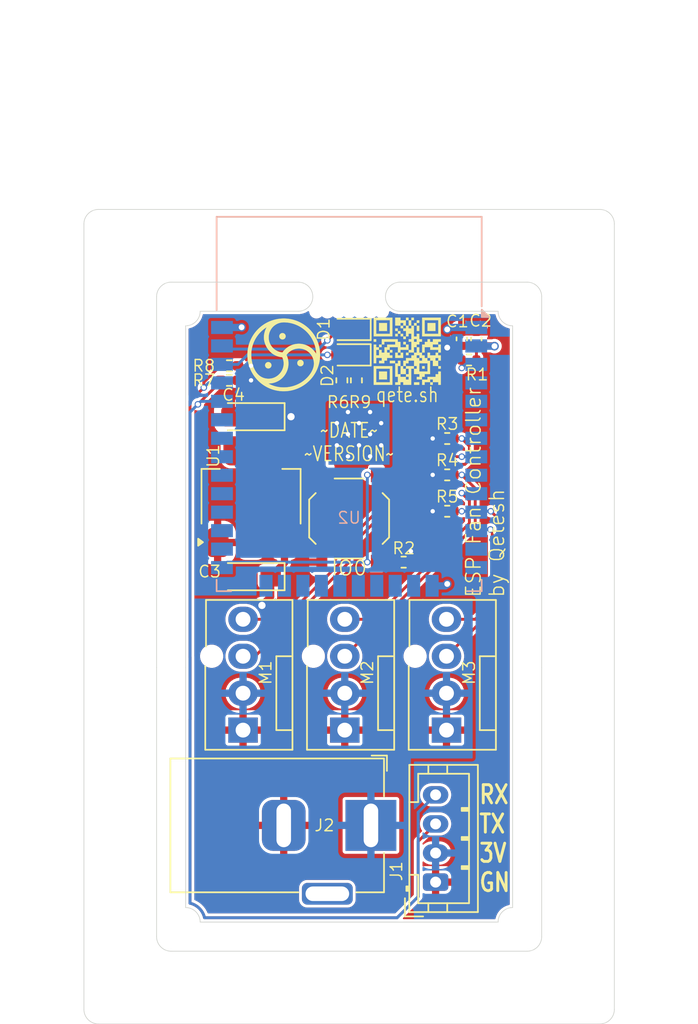
<source format=kicad_pcb>
(kicad_pcb (version 20240108) (generator "pcbnew") (generator_version "8.0")
  (title_block (title "ESPFanController") (date "${DATE}") (rev "${VERSION}") (company "Qetesh"))
  (layers (0 "F.Cu" signal) (31 "B.Cu" signal) (34 "B.Paste" user) (35 "F.Paste" user) (36 "B.SilkS" user "B.Silkscreen") (37 "F.SilkS" user "F.Silkscreen") (38 "B.Mask" user) (39 "F.Mask" user) (44 "Edge.Cuts" user))
  (property "DATE" "~DATE~")
  (property "VERSION" "~VERSION~")
  (net 0 "")
  (net 1 "+12V")
  (net 2 "GND")
  (net 3 "+3V3")
  (net 4 "/Red")
  (net 5 "Net-(D1-K)")
  (net 6 "/RX")
  (net 7 "/TX")
  (net 9 "/Tacho1")
  (net 10 "/Tacho2")
  (net 11 "/Tacho3")
  (net 12 "/PWM1")
  (net 13 "/PWM2")
  (net 14 "/PWM3")
  (net 15 "/EN")
  (net 16 "/IO0")
  (net 30 "/Yellow")
  (net 40 "Net-(D2-K)")
  (footprint "Capacitor_Tantalum_SMD:CP_EIA-3216-18_Kemet-A" (layer "F.Cu") (at 168.25 100.5 180)
    (property "Reference" "C4" (at 1.2 1.5 0) (layer "F.SilkS") (effects (font (size 0.8 0.8) (thickness 0.1))))
    (property "Value" "10u")
    (pad "1" smd roundrect (at -1.35 0 180) (size 1.4 1.35) (layers "F.Cu" "F.Paste" "F.Mask") (roundrect_rratio 0.185185) (net 3 "+3V3"))
    (pad "2" smd roundrect (at 1.35 0 180) (size 1.4 1.35) (layers "F.Cu" "F.Paste" "F.Mask") (roundrect_rratio 0.185185) (net 2 "GND"))
  )
  (footprint "Resistor_SMD:R_0402_1005Metric_Pad0.72x0.64mm_HandSolder" (layer "F.Cu") (at 166.75 97 180)
    (property "Reference" "R8" (at 1.75 0 0) (layer "F.SilkS") (effects (font (size 0.8 0.8) (thickness 0.1))))
    (property "Value" "4k7")
    (pad "1" smd roundrect (at -0.5975 0 180) (size 0.715 0.64) (layers "F.Cu" "F.Paste" "F.Mask") (net 3 "+3V3"))
    (pad "2" smd roundrect (at 0.5975 0 180) (size 0.715 0.64) (layers "F.Cu" "F.Paste" "F.Mask") (net 7 "/TX"))
  )
  (footprint "Capacitor_SMD:C_0402_1005Metric" (layer "F.Cu") (at 182.75 95.15 -90)
    (property "Reference" "C1" (at -1.2 0.3 180) (layer "F.SilkS") (effects (font (size 0.8 0.8) (thickness 0.1))))
    (property "Value" "10u")
    (pad "1" smd roundrect (at -0.48 0 270) (size 0.56 0.62) (layers "F.Cu" "F.Paste" "F.Mask") (net 2 "GND"))
    (pad "2" smd roundrect (at 0.48 0 270) (size 0.56 0.62) (layers "F.Cu" "F.Paste" "F.Mask") (net 3 "+3V3"))
  )
  (footprint "Connector_BarrelJack:BarrelJack_Horizontal" (layer "F.Cu") (at 176.5 128.6)
    (property "Reference" "J2" (at -3.2 0 0) (layer "F.SilkS") (effects (font (size 0.8 0.8) (thickness 0.1))))
    (property "Value" "12Vin")
    (pad "1" thru_hole rect (at 0 0) (size 3.5 3.5) (drill oval 1 3) (layers "*.Cu" "*.Mask") (net 1 "+12V"))
    (pad "2" thru_hole roundrect (at -6 0) (size 3 3.5) (drill oval 1 3) (layers "*.Cu" "*.Mask") (net 2 "GND"))
    (pad "3" thru_hole roundrect (at -3 4.7) (size 3.5 1.5) (drill oval 3 1) (layers "*.Cu" "*.Mask"))
  )
  (footprint "Resistor_SMD:R_0402_1005Metric" (layer "F.Cu") (at 178.75 110.5 180)
    (property "Reference" "R2" (at -0.01 0.95 0) (layer "F.SilkS") (effects (font (size 0.8 0.8) (thickness 0.1))))
    (property "Value" "10k")
    (pad "1" smd roundrect (at -0.51 0 180) (size 0.54 0.64) (layers "F.Cu" "F.Paste" "F.Mask") (net 3 "+3V3"))
    (pad "2" smd roundrect (at 0.51 0 180) (size 0.54 0.64) (layers "F.Cu" "F.Paste" "F.Mask") (net 16 "/IO0"))
  )
  (footprint "Connector:FanPinHeader_1x04_P2.54mm_Vertical" (layer "F.Cu") (at 181.7 122.05 90)
    (property "Reference" "M3" (at 3.95 1.55 90) (layer "F.SilkS") (effects (font (size 0.8 0.8) (thickness 0.1))))
    (property "Value" "Fan3")
    (pad "" np_thru_hole circle (at 5.08 -2.16 180) (size 1.1 1.1) (drill 1.1) (layers "*.Cu" "*.Mask"))
    (pad "1" thru_hole rect (at 0 0 180) (size 2.03 1.73) (drill 1.02) (layers "*.Cu" "*.Mask") (net 2 "GND"))
    (pad "2" thru_hole oval (at 2.54 0 180) (size 2.03 1.73) (drill 1.02) (layers "*.Cu" "*.Mask") (net 1 "+12V"))
    (pad "3" thru_hole oval (at 5.08 0 180) (size 2.03 1.73) (drill 1.02) (layers "*.Cu" "*.Mask") (net 11 "/Tacho3"))
    (pad "4" thru_hole oval (at 7.62 0 180) (size 2.03 1.73) (drill 1.02) (layers "*.Cu" "*.Mask") (net 14 "/PWM3"))
  )
  (footprint "My_Footprints:JLCPCB_Tooling_Hole" (layer "F.Cu") (at 159.25 88.75)
    (property "Reference" "REF**" (hide yes))
    (property "Value" "JLCPCB_Tooling_Hole")
    (pad "" np_thru_hole circle (at 0 0) (size 1.152 1.152) (drill 1.152) (layers "F&B.Cu" "*.Mask") (clearance 0.248))
  )
  (footprint "Connector:FanPinHeader_1x04_P2.54mm_Vertical" (layer "F.Cu") (at 174.7 122.05 90)
    (property "Reference" "M2" (at 3.95 1.55 90) (layer "F.SilkS") (effects (font (size 0.8 0.8) (thickness 0.1))))
    (property "Value" "Fan2")
    (pad "" np_thru_hole circle (at 5.08 -2.16 180) (size 1.1 1.1) (drill 1.1) (layers "*.Cu" "*.Mask"))
    (pad "1" thru_hole rect (at 0 0 180) (size 2.03 1.73) (drill 1.02) (layers "*.Cu" "*.Mask") (net 2 "GND"))
    (pad "2" thru_hole oval (at 2.54 0 180) (size 2.03 1.73) (drill 1.02) (layers "*.Cu" "*.Mask") (net 1 "+12V"))
    (pad "3" thru_hole oval (at 5.08 0 180) (size 2.03 1.73) (drill 1.02) (layers "*.Cu" "*.Mask") (net 10 "/Tacho2"))
    (pad "4" thru_hole oval (at 7.62 0 180) (size 2.03 1.73) (drill 1.02) (layers "*.Cu" "*.Mask") (net 13 "/PWM2"))
  )
  (footprint "Panelization:mouse-bite-2x5mm-slot-onesided-v2" (layer "F.Cu") (at 175 92.25 180)
    (property "Reference" "mouse-bite-2mm-slot" (hide yes))
    (property "Value" "VAL**" (hide yes))
    (fp_arc (start 3.5 1) (mid 2.5 0) (end 3.5 -1) (stroke (width 0.05)) (layer "Edge.Cuts"))
    (fp_arc (start -3.5 -1) (mid -2.5 0) (end -3.5 1) (stroke (width 0.05)) (layer "Edge.Cuts"))
    (pad "" np_thru_hole circle (at -2.25 -1 180) (size 0.5 0.5) (drill 0.5) (layers "*.Cu" "*.Mask"))
    (pad "" np_thru_hole circle (at -1.5 -1 180) (size 0.5 0.5) (drill 0.5) (layers "*.Cu" "*.Mask"))
    (pad "" np_thru_hole circle (at -0.75 -1 180) (size 0.5 0.5) (drill 0.5) (layers "*.Cu" "*.Mask"))
    (pad "" np_thru_hole circle (at 0 -1 180) (size 0.5 0.5) (drill 0.5) (layers "*.Cu" "*.Mask"))
    (pad "" np_thru_hole circle (at 0.75 -1 180) (size 0.5 0.5) (drill 0.5) (layers "*.Cu" "*.Mask"))
    (pad "" np_thru_hole circle (at 1.5 -1 180) (size 0.5 0.5) (drill 0.5) (layers "*.Cu" "*.Mask"))
    (pad "" np_thru_hole circle (at 2.25 -1 180) (size 0.5 0.5) (drill 0.5) (layers "*.Cu" "*.Mask"))
  )
  (footprint "Resistor_SMD:R_0402_1005Metric" (layer "F.Cu") (at 181.75 104.5)
    (property "Reference" "R4" (at 0 -1 0) (layer "F.SilkS") (effects (font (size 0.8 0.8) (thickness 0.1))))
    (property "Value" "10k")
    (pad "1" smd roundrect (at -0.51 0) (size 0.54 0.64) (layers "F.Cu" "F.Paste" "F.Mask") (net 3 "+3V3"))
    (pad "2" smd roundrect (at 0.51 0) (size 0.54 0.64) (layers "F.Cu" "F.Paste" "F.Mask") (net 10 "/Tacho2"))
  )
  (footprint "Button_Switch_SMD:SW_Push_1P1T_XKB_TS-1187A" (layer "F.Cu") (at 175 107.5 90)
    (property "Reference" "SW1" (hide yes))
    (property "Value" "Boot")
    (pad "1" smd rect (at -3 -1.875 90) (size 1 0.75) (layers "F.Cu" "F.Paste" "F.Mask") (net 2 "GND"))
    (pad "1" smd rect (at 3 -1.875 90) (size 1 0.75) (layers "F.Cu" "F.Paste" "F.Mask") (net 2 "GND"))
    (pad "2" smd rect (at -3 1.875 90) (size 1 0.75) (layers "F.Cu" "F.Paste" "F.Mask") (net 16 "/IO0"))
    (pad "2" smd rect (at 3 1.875 90) (size 1 0.75) (layers "F.Cu" "F.Paste" "F.Mask") (net 16 "/IO0"))
  )
  (footprint "Connector:FanPinHeader_1x04_P2.54mm_Vertical" (layer "F.Cu") (at 167.7 122.05 90)
    (property "Reference" "M1" (at 3.95 1.55 90) (layer "F.SilkS") (effects (font (size 0.8 0.8) (thickness 0.1))))
    (property "Value" "Fan1")
    (pad "" np_thru_hole circle (at 5.08 -2.16 180) (size 1.1 1.1) (drill 1.1) (layers "*.Cu" "*.Mask"))
    (pad "1" thru_hole rect (at 0 0 180) (size 2.03 1.73) (drill 1.02) (layers "*.Cu" "*.Mask") (net 2 "GND"))
    (pad "2" thru_hole oval (at 2.54 0 180) (size 2.03 1.73) (drill 1.02) (layers "*.Cu" "*.Mask") (net 1 "+12V"))
    (pad "3" thru_hole oval (at 5.08 0 180) (size 2.03 1.73) (drill 1.02) (layers "*.Cu" "*.Mask") (net 9 "/Tacho1"))
    (pad "4" thru_hole oval (at 7.62 0 180) (size 2.03 1.73) (drill 1.02) (layers "*.Cu" "*.Mask") (net 12 "/PWM1"))
  )
  (footprint "Resistor_SMD:R_0402_1005Metric" (layer "F.Cu") (at 181.75 102)
    (property "Reference" "R3" (at 0 -1 0) (layer "F.SilkS") (effects (font (size 0.8 0.8) (thickness 0.1))))
    (property "Value" "10k")
    (pad "1" smd roundrect (at -0.51 0) (size 0.54 0.64) (layers "F.Cu" "F.Paste" "F.Mask") (net 3 "+3V3"))
    (pad "2" smd roundrect (at 0.51 0) (size 0.54 0.64) (layers "F.Cu" "F.Paste" "F.Mask") (net 9 "/Tacho1"))
  )
  (footprint "My_Footprints:JLCPCB_Tooling_Hole" (layer "F.Cu") (at 159.25 139.75)
    (property "Reference" "REF**" (hide yes))
    (property "Value" "JLCPCB_Tooling_Hole")
    (pad "" np_thru_hole circle (at 0 0) (size 1.152 1.152) (drill 1.152) (layers "F&B.Cu" "*.Mask") (clearance 0.248))
  )
  (footprint "My_Footprints:JLCPCB_Tooling_Hole" (layer "F.Cu") (at 190.75 139.75)
    (property "Reference" "REF**" (hide yes))
    (property "Value" "JLCPCB_Tooling_Hole")
    (pad "" np_thru_hole circle (at 0 0) (size 1.152 1.152) (drill 1.152) (layers "F&B.Cu" "*.Mask") (clearance 0.248))
  )
  (footprint "Package_TO_SOT_SMD:SOT-223-3_TabPin2" (layer "F.Cu") (at 168.25 106 90)
    (property "Reference" "U1" (at 2.8 -2.6 90) (layer "F.SilkS") (effects (font (size 0.8 0.8) (thickness 0.1))))
    (property "Value" "AMS1117-3.3")
    (pad "1" smd roundrect (at -3.15 -2.3 90) (size 2 1.5) (layers "F.Cu" "F.Paste" "F.Mask") (net 2 "GND"))
    (pad "2" smd roundrect (at -3.15 0 90) (size 2 1.5) (layers "F.Cu" "F.Paste" "F.Mask") (net 3 "+3V3"))
    (pad "2" smd roundrect (at 3.15 0 90) (size 2 3.8) (layers "F.Cu" "F.Paste" "F.Mask") (net 3 "+3V3"))
    (pad "3" smd roundrect (at -3.15 2.3 90) (size 2 1.5) (layers "F.Cu" "F.Paste" "F.Mask") (net 1 "+12V"))
  )
  (footprint "My_Footprints:qr_qete.sh-el_05" (layer "F.Cu") (at 179 96)
    (property "Reference" "G***" (hide yes))
    (property "Value" "LOGO" (hide yes))
  )
  (footprint "My_Footprints:JLCPCB_Tooling_Hole" (layer "F.Cu") (at 190.75 88.75)
    (property "Reference" "REF**" (hide yes))
    (property "Value" "JLCPCB_Tooling_Hole")
    (pad "" np_thru_hole circle (at 0 0) (size 1.152 1.152) (drill 1.152) (layers "F&B.Cu" "*.Mask") (clearance 0.248))
  )
  (footprint "Connector_JST:JST_PH_B4B-PH-K_1x04_P2.00mm_Vertical" (layer "F.Cu") (at 180.95 132.5 90)
    (property "Reference" "J1" (at 0.75 -2.7 90) (layer "F.SilkS") (effects (font (size 0.8 0.8) (thickness 0.1))))
    (property "Value" "Serial")
    (pad "1" thru_hole roundrect (at 0 0 90) (size 1.2 1.75) (drill 0.75) (layers "*.Cu" "*.Mask") (roundrect_rratio 0.208333) (net 2 "GND"))
    (pad "2" thru_hole oval (at 2 0 90) (size 1.2 1.75) (drill 0.75) (layers "*.Cu" "*.Mask") (net 3 "+3V3"))
    (pad "3" thru_hole oval (at 4 0 90) (size 1.2 1.75) (drill 0.75) (layers "*.Cu" "*.Mask") (net 7 "/TX"))
    (pad "4" thru_hole oval (at 6 0 90) (size 1.2 1.75) (drill 0.75) (layers "*.Cu" "*.Mask") (net 6 "/RX"))
  )
  (footprint "Resistor_SMD:R_0402_1005Metric" (layer "F.Cu") (at 183.25 96.6 180)
    (property "Reference" "R1" (at -0.55 -1 0) (layer "F.SilkS") (effects (font (size 0.8 0.8) (thickness 0.1))))
    (property "Value" "10k")
    (pad "1" smd roundrect (at -0.51 0 180) (size 0.54 0.64) (layers "F.Cu" "F.Paste" "F.Mask") (net 3 "+3V3"))
    (pad "2" smd roundrect (at 0.51 0 180) (size 0.54 0.64) (layers "F.Cu" "F.Paste" "F.Mask") (net 15 "/EN"))
  )
  (footprint "My_Footprints:CutieMark5mmInverted" (layer "F.Cu") (at 170.5 96.25)
    (property "Reference" "G***" (hide yes))
    (property "Value" "LOGO" (hide yes))
  )
  (footprint "Capacitor_SMD:C_0402_1005Metric" (layer "F.Cu") (at 183.75 95.15 -90)
    (property "Reference" "C2" (at -1.25 -0.3 180) (layer "F.SilkS") (effects (font (size 0.8 0.8) (thickness 0.1))))
    (property "Value" "100n")
    (pad "1" smd roundrect (at -0.48 0 270) (size 0.56 0.62) (layers "F.Cu" "F.Paste" "F.Mask") (net 2 "GND"))
    (pad "2" smd roundrect (at 0.48 0 270) (size 0.56 0.62) (layers "F.Cu" "F.Paste" "F.Mask") (net 3 "+3V3"))
  )
  (footprint "Resistor_SMD:R_0402_1005Metric" (layer "F.Cu") (at 181.75 107)
    (property "Reference" "R5" (at 0 -1 0) (layer "F.SilkS") (effects (font (size 0.8 0.8) (thickness 0.1))))
    (property "Value" "10k")
    (pad "1" smd roundrect (at -0.51 0) (size 0.54 0.64) (layers "F.Cu" "F.Paste" "F.Mask") (net 3 "+3V3"))
    (pad "2" smd roundrect (at 0.51 0) (size 0.54 0.64) (layers "F.Cu" "F.Paste" "F.Mask") (net 11 "/Tacho3"))
  )
  (footprint "Capacitor_Tantalum_SMD:CP_EIA-3216-18_Kemet-A" (layer "F.Cu") (at 168.25 111.5 180)
    (property "Reference" "C3" (at 2.85 0.35 0) (layer "F.SilkS") (effects (font (size 0.8 0.8) (thickness 0.1))))
    (property "Value" "10u")
    (pad "1" smd roundrect (at -1.35 0 180) (size 1.4 1.35) (layers "F.Cu" "F.Paste" "F.Mask") (roundrect_rratio 0.185185) (net 1 "+12V"))
    (pad "2" smd roundrect (at 1.35 0 180) (size 1.4 1.35) (layers "F.Cu" "F.Paste" "F.Mask") (roundrect_rratio 0.185185) (net 2 "GND"))
  )
  (footprint "LED_SMD:LED_0603_1608Metric" (layer "F.Cu") (at 175 96.25 180)
    (property "Reference" "D2" (at 1.5 -1.43 90) (layer "F.SilkS") (effects (font (size 0.8 0.8) (thickness 0.1))))
    (property "Value" "Yellow")
    (pad "1" smd roundrect (at -0.7875 0 180) (size 0.875 0.95) (layers "F.Cu" "F.Paste" "F.Mask") (net 40 "Net-(D2-K)"))
    (pad "2" smd roundrect (at 0.7875 0 180) (size 0.875 0.95) (layers "F.Cu" "F.Paste" "F.Mask") (net 30 "/Yellow"))
  )
  (footprint "Resistor_SMD:R_0402_1005Metric" (layer "F.Cu") (at 175.5 98 -90)
    (property "Reference" "R9" (at 1.5 -0.25 180) (layer "F.SilkS") (effects (font (size 0.8 0.8) (thickness 0.1))))
    (property "Value" "680R")
    (pad "1" smd roundrect (at -0.51 0 270) (size 0.54 0.64) (layers "F.Cu" "F.Paste" "F.Mask") (net 40 "Net-(D2-K)"))
    (pad "2" smd roundrect (at 0.51 0 270) (size 0.54 0.64) (layers "F.Cu" "F.Paste" "F.Mask") (net 2 "GND"))
  )
  (footprint "LED_SMD:LED_0603_1608Metric" (layer "F.Cu") (at 175 94.5 180)
    (property "Reference" "D1" (at 1.75 0 90) (layer "F.SilkS") (effects (font (size 0.8 0.8) (thickness 0.1))))
    (property "Value" "Red")
    (pad "1" smd roundrect (at -0.7875 0 180) (size 0.875 0.95) (layers "F.Cu" "F.Paste" "F.Mask") (net 5 "Net-(D1-K)"))
    (pad "2" smd roundrect (at 0.7875 0 180) (size 0.875 0.95) (layers "F.Cu" "F.Paste" "F.Mask") (net 4 "/Red"))
  )
  (footprint "Resistor_SMD:R_0402_1005Metric" (layer "F.Cu") (at 174.5 98 -90)
    (property "Reference" "R6" (at 1.5 0.25 180) (layer "F.SilkS") (effects (font (size 0.8 0.8) (thickness 0.1))))
    (property "Value" "680R")
    (pad "1" smd roundrect (at -0.51 0 270) (size 0.54 0.64) (layers "F.Cu" "F.Paste" "F.Mask") (net 5 "Net-(D1-K)"))
    (pad "2" smd roundrect (at 0.51 0 270) (size 0.54 0.64) (layers "F.Cu" "F.Paste" "F.Mask") (net 2 "GND"))
  )
  (footprint "Resistor_SMD:R_0402_1005Metric_Pad0.72x0.64mm_HandSolder" (layer "F.Cu") (at 166.75 98 180)
    (property "Reference" "R7" (at 1.75 0 0) (layer "F.SilkS") (effects (font (size 0.8 0.8) (thickness 0.1))))
    (property "Value" "4k7")
    (pad "1" smd roundrect (at -0.5975 0 180) (size 0.715 0.64) (layers "F.Cu" "F.Paste" "F.Mask") (net 3 "+3V3"))
    (pad "2" smd roundrect (at 0.5975 0 180) (size 0.715 0.64) (layers "F.Cu" "F.Paste" "F.Mask") (net 6 "/RX"))
  )
  (footprint "RF_Module:ESP32-WROOM-32" (layer "B.Cu") (at 175 102.615 180)
    (property "Reference" "U2" (at 0 -4.835 0) (layer "B.SilkS") (effects (font (size 0.8 0.8) (thickness 0.1)) (justify mirror)))
    (property "Value" "ESP32-WROOM-32")
    (pad "1" smd rect (at -8.75 8.25 180) (size 1.5 0.9) (layers "B.Cu" "B.Paste" "B.Mask") (net 2 "GND"))
    (pad "2" smd rect (at -8.75 6.98 180) (size 1.5 0.9) (layers "B.Cu" "B.Paste" "B.Mask") (net 3 "+3V3"))
    (pad "3" smd rect (at -8.75 5.71 180) (size 1.5 0.9) (layers "B.Cu" "B.Paste" "B.Mask") (net 15 "/EN"))
    (pad "4" smd rect (at -8.75 4.44 180) (size 1.5 0.9) (layers "B.Cu" "B.Paste" "B.Mask"))
    (pad "5" smd rect (at -8.75 3.17 180) (size 1.5 0.9) (layers "B.Cu" "B.Paste" "B.Mask"))
    (pad "6" smd rect (at -8.75 1.9 180) (size 1.5 0.9) (layers "B.Cu" "B.Paste" "B.Mask"))
    (pad "7" smd rect (at -8.75 0.63 180) (size 1.5 0.9) (layers "B.Cu" "B.Paste" "B.Mask") (net 9 "/Tacho1"))
    (pad "8" smd rect (at -8.75 -0.64 180) (size 1.5 0.9) (layers "B.Cu" "B.Paste" "B.Mask") (net 12 "/PWM1"))
    (pad "9" smd rect (at -8.75 -1.91 180) (size 1.5 0.9) (layers "B.Cu" "B.Paste" "B.Mask") (net 10 "/Tacho2"))
    (pad "10" smd rect (at -8.75 -3.18 180) (size 1.5 0.9) (layers "B.Cu" "B.Paste" "B.Mask") (net 13 "/PWM2"))
    (pad "11" smd rect (at -8.75 -4.45 180) (size 1.5 0.9) (layers "B.Cu" "B.Paste" "B.Mask") (net 11 "/Tacho3"))
    (pad "12" smd rect (at -8.75 -5.72 180) (size 1.5 0.9) (layers "B.Cu" "B.Paste" "B.Mask") (net 14 "/PWM3"))
    (pad "13" smd rect (at -8.75 -6.99 180) (size 1.5 0.9) (layers "B.Cu" "B.Paste" "B.Mask"))
    (pad "14" smd rect (at -8.75 -8.26 180) (size 1.5 0.9) (layers "B.Cu" "B.Paste" "B.Mask"))
    (pad "15" smd rect (at -5.71 -9.51 90) (size 1.5 0.9) (layers "B.Cu" "B.Paste" "B.Mask") (net 2 "GND"))
    (pad "16" smd rect (at -4.44 -9.51 90) (size 1.5 0.9) (layers "B.Cu" "B.Paste" "B.Mask"))
    (pad "17" smd rect (at -3.17 -9.51 90) (size 1.5 0.9) (layers "B.Cu" "B.Paste" "B.Mask"))
    (pad "18" smd rect (at -1.9 -9.51 90) (size 1.5 0.9) (layers "B.Cu" "B.Paste" "B.Mask"))
    (pad "19" smd rect (at -0.63 -9.51 90) (size 1.5 0.9) (layers "B.Cu" "B.Paste" "B.Mask"))
    (pad "20" smd rect (at 0.64 -9.51 90) (size 1.5 0.9) (layers "B.Cu" "B.Paste" "B.Mask"))
    (pad "21" smd rect (at 1.91 -9.51 90) (size 1.5 0.9) (layers "B.Cu" "B.Paste" "B.Mask"))
    (pad "22" smd rect (at 3.18 -9.51 90) (size 1.5 0.9) (layers "B.Cu" "B.Paste" "B.Mask"))
    (pad "23" smd rect (at 4.45 -9.51 90) (size 1.5 0.9) (layers "B.Cu" "B.Paste" "B.Mask"))
    (pad "24" smd rect (at 5.72 -9.51 90) (size 1.5 0.9) (layers "B.Cu" "B.Paste" "B.Mask"))
    (pad "25" smd rect (at 8.75 -8.26 180) (size 1.5 0.9) (layers "B.Cu" "B.Paste" "B.Mask") (net 16 "/IO0"))
    (pad "26" smd rect (at 8.75 -6.99 180) (size 1.5 0.9) (layers "B.Cu" "B.Paste" "B.Mask"))
    (pad "27" smd rect (at 8.75 -5.72 180) (size 1.5 0.9) (layers "B.Cu" "B.Paste" "B.Mask"))
    (pad "28" smd rect (at 8.75 -4.45 180) (size 1.5 0.9) (layers "B.Cu" "B.Paste" "B.Mask"))
    (pad "29" smd rect (at 8.75 -3.18 180) (size 1.5 0.9) (layers "B.Cu" "B.Paste" "B.Mask"))
    (pad "30" smd rect (at 8.75 -1.91 180) (size 1.5 0.9) (layers "B.Cu" "B.Paste" "B.Mask"))
    (pad "31" smd rect (at 8.75 -0.64 180) (size 1.5 0.9) (layers "B.Cu" "B.Paste" "B.Mask"))
    (pad "32" smd rect (at 8.75 0.63 180) (size 1.5 0.9) (layers "B.Cu" "B.Paste" "B.Mask"))
    (pad "33" smd rect (at 8.75 1.9 180) (size 1.5 0.9) (layers "B.Cu" "B.Paste" "B.Mask"))
    (pad "34" smd rect (at 8.75 3.17 180) (size 1.5 0.9) (layers "B.Cu" "B.Paste" "B.Mask") (net 6 "/RX"))
    (pad "35" smd rect (at 8.75 4.44 180) (size 1.5 0.9) (layers "B.Cu" "B.Paste" "B.Mask") (net 7 "/TX"))
    (pad "36" smd rect (at 8.75 5.71 180) (size 1.5 0.9) (layers "B.Cu" "B.Paste" "B.Mask") (net 30 "/Yellow"))
    (pad "37" smd rect (at 8.75 6.98 180) (size 1.5 0.9) (layers "B.Cu" "B.Paste" "B.Mask") (net 4 "/Red"))
    (pad "38" smd rect (at 8.75 8.25 180) (size 1.5 0.9) (layers "B.Cu" "B.Paste" "B.Mask") (net 2 "GND"))
    (pad "39" smd rect (at -2.205 -0.615 180) (size 1.05 1.05) (layers "B.Cu" "B.Paste") (net 2 "GND"))
    (pad "39" thru_hole circle (at -2.205 0.1475 180) (size 0.6 0.6) (drill 0.3) (property pad_prop_heatsink) (layers "*.Cu" "B.Mask") (net 2 "GND"))
    (pad "39" smd rect (at -2.205 0.91 180) (size 1.05 1.05) (layers "B.Cu" "B.Paste") (net 2 "GND"))
    (pad "39" thru_hole circle (at -2.205 1.6725 180) (size 0.6 0.6) (drill 0.3) (property pad_prop_heatsink) (layers "*.Cu" "B.Mask") (net 2 "GND"))
    (pad "39" smd rect (at -2.205 2.435 180) (size 1.05 1.05) (layers "B.Cu" "B.Paste") (net 2 "GND"))
    (pad "39" thru_hole circle (at -1.4425 -0.615 180) (size 0.6 0.6) (drill 0.3) (property pad_prop_heatsink) (layers "*.Cu" "B.Mask") (net 2 "GND"))
    (pad "39" thru_hole circle (at -1.4425 0.91 180) (size 0.6 0.6) (drill 0.3) (property pad_prop_heatsink) (layers "*.Cu" "B.Mask") (net 2 "GND"))
    (pad "39" thru_hole circle (at -1.4425 2.435 180) (size 0.6 0.6) (drill 0.3) (property pad_prop_heatsink) (layers "*.Cu" "B.Mask") (net 2 "GND"))
    (pad "39" smd rect (at -0.68 -0.615 180) (size 1.05 1.05) (layers "B.Cu" "B.Paste") (net 2 "GND"))
    (pad "39" thru_hole circle (at -0.68 0.1475 180) (size 0.6 0.6) (drill 0.3) (property pad_prop_heatsink) (layers "*.Cu" "B.Mask") (net 2 "GND"))
    (pad "39" smd rect (at -0.68 0.91 180) (size 1.05 1.05) (layers "B.Cu" "B.Paste") (net 2 "GND"))
    (pad "39" smd rect (at -0.68 0.91 180) (size 4.2 4.2) (layers "B.Cu" "B.Mask") (net 2 "GND"))
    (pad "39" thru_hole circle (at -0.68 1.6725 180) (size 0.6 0.6) (drill 0.3) (property pad_prop_heatsink) (layers "*.Cu" "B.Mask") (net 2 "GND"))
    (pad "39" smd rect (at -0.68 2.435 180) (size 1.05 1.05) (layers "B.Cu" "B.Paste") (net 2 "GND"))
    (pad "39" thru_hole circle (at 0.0825 -0.615 180) (size 0.6 0.6) (drill 0.3) (property pad_prop_heatsink) (layers "*.Cu" "B.Mask") (net 2 "GND"))
    (pad "39" thru_hole circle (at 0.0825 0.91 180) (size 0.6 0.6) (drill 0.3) (property pad_prop_heatsink) (layers "*.Cu" "B.Mask") (net 2 "GND"))
    (pad "39" thru_hole circle (at 0.0825 2.435 180) (size 0.6 0.6) (drill 0.3) (property pad_prop_heatsink) (layers "*.Cu" "B.Mask") (net 2 "GND"))
    (pad "39" smd rect (at 0.845 -0.615 180) (size 1.05 1.05) (layers "B.Cu" "B.Paste") (net 2 "GND"))
    (pad "39" thru_hole circle (at 0.845 0.1475 180) (size 0.6 0.6) (drill 0.3) (property pad_prop_heatsink) (layers "*.Cu" "B.Mask") (net 2 "GND"))
    (pad "39" smd rect (at 0.845 0.91 180) (size 1.05 1.05) (layers "B.Cu" "B.Paste") (net 2 "GND"))
    (pad "39" thru_hole circle (at 0.845 1.6725 180) (size 0.6 0.6) (drill 0.3) (property pad_prop_heatsink) (layers "*.Cu" "B.Mask") (net 2 "GND"))
    (pad "39" smd rect (at 0.845 2.435 180) (size 1.05 1.05) (layers "B.Cu" "B.Paste") (net 2 "GND"))
  )
  (gr_arc (start 164.05 133.95) (mid 164.693398 134.306602) (end 165.05 134.95) (stroke (width 0.2)) (layer "F.Cu") (net 7))
  (gr_arc (start 164.05 133.95) (mid 164.693398 134.306602) (end 165.05 134.95) (stroke (width 0.2)) (layer "B.Cu") (net 6))
  (gr_line (start 163.75 134.25) (end 163.75 117.75) (stroke (width 0.05)) (layer "Edge.Cuts"))
  (gr_line (start 161.75 136.25) (end 161.75 117.75) (stroke (width 0.05)) (layer "Edge.Cuts"))
  (gr_line (start 157.75 142.25) (end 192.25 142.25) (stroke (width 0.05)) (layer "Edge.Cuts"))
  (gr_line (start 186.25 117.75) (end 186.25 134.25) (stroke (width 0.05)) (layer "Edge.Cuts"))
  (gr_arc (start 161.75 92.25) (mid 162.042893 91.542893) (end 162.75 91.25) (stroke (width 0.05)) (layer "Edge.Cuts"))
  (gr_arc (start 163.75 134.25) (mid 164.457107 134.542893) (end 164.75 135.25) (stroke (width 0.05)) (layer "Edge.Cuts"))
  (gr_line (start 156.75 87.25) (end 156.75 141.25) (stroke (width 0.05)) (layer "Edge.Cuts"))
  (gr_line (start 187.25 91.25) (end 178.5 91.25) (stroke (width 0.05)) (layer "Edge.Cuts"))
  (gr_line (start 171.5 91.25) (end 162.75 91.25) (stroke (width 0.05)) (layer "Edge.Cuts"))
  (gr_line (start 187.25 137.25) (end 162.75 137.25) (stroke (width 0.05)) (layer "Edge.Cuts"))
  (gr_arc (start 157.75 142.25) (mid 157.042893 141.957107) (end 156.75 141.25) (stroke (width 0.05)) (layer "Edge.Cuts"))
  (gr_line (start 157.75 86.25) (end 192.25 86.25) (stroke (width 0.05)) (layer "Edge.Cuts"))
  (gr_line (start 161.75 117.75) (end 161.75 92.25) (stroke (width 0.05)) (layer "Edge.Cuts"))
  (gr_line (start 185.25 135.25) (end 164.75 135.25) (stroke (width 0.05)) (layer "Edge.Cuts"))
  (gr_line (start 164.75 93.25) (end 171.5 93.25) (stroke (width 0.05)) (layer "Edge.Cuts"))
  (gr_arc (start 193.25 141.25) (mid 192.957107 141.957107) (end 192.25 142.25) (stroke (width 0.05)) (layer "Edge.Cuts"))
  (gr_line (start 163.75 117.75) (end 163.75 94.25) (stroke (width 0.05)) (layer "Edge.Cuts"))
  (gr_arc (start 186.25 94.25) (mid 185.542893 93.957107) (end 185.25 93.25) (stroke (width 0.05)) (layer "Edge.Cuts"))
  (gr_arc (start 162.75 137.25) (mid 162.042893 136.957107) (end 161.75 136.25) (stroke (width 0.05)) (layer "Edge.Cuts"))
  (gr_line (start 188.25 92.25) (end 188.25 117.75) (stroke (width 0.05)) (layer "Edge.Cuts"))
  (gr_arc (start 185.25 135.25) (mid 185.542893 134.542893) (end 186.25 134.25) (stroke (width 0.05)) (layer "Edge.Cuts"))
  (gr_arc (start 164.75 93.25) (mid 164.457107 93.957107) (end 163.75 94.25) (stroke (width 0.05)) (layer "Edge.Cuts"))
  (gr_line (start 193.25 141.25) (end 193.25 87.25) (stroke (width 0.05)) (layer "Edge.Cuts"))
  (gr_arc (start 192.25 86.25) (mid 192.957107 86.542893) (end 193.25 87.25) (stroke (width 0.05)) (layer "Edge.Cuts"))
  (gr_arc (start 156.75 87.25) (mid 157.042893 86.542893) (end 157.75 86.25) (stroke (width 0.05)) (layer "Edge.Cuts"))
  (gr_arc (start 187.25 91.25) (mid 187.957107 91.542893) (end 188.25 92.25) (stroke (width 0.05)) (layer "Edge.Cuts"))
  (gr_arc (start 188.25 136.25) (mid 187.957107 136.957107) (end 187.25 137.25) (stroke (width 0.05)) (layer "Edge.Cuts"))
  (gr_line (start 185.25 93.25) (end 178.5 93.25) (stroke (width 0.05)) (layer "Edge.Cuts"))
  (gr_line (start 186.25 94.25) (end 186.25 117.75) (stroke (width 0.05)) (layer "Edge.Cuts"))
  (gr_line (start 188.25 117.75) (end 188.25 136.25) (stroke (width 0.05)) (layer "Edge.Cuts"))
  (gr_text "ESP Fan Controller\nby Qetesh" (at 185.75 113 90) (layer "F.SilkS") (effects (font (size 1 1) (thickness 0.1)) (justify left bottom)))
  (gr_text "qete.sh" (at 179 99 0) (layer "F.SilkS") (effects (font (size 1 0.8) (thickness 0.1))))
  (gr_text "${DATE}\n${VERSION}" (at 175 102.25 0) (layer "F.SilkS") (effects (font (size 1 0.8) (thickness 0.1))))
  (gr_text "RX\nTX\n3V\nGN" (at 183.86 129.5 0) (layer "F.SilkS") (effects (font (size 1.25 1) (thickness 0.2) (bold yes)) (justify left)))
  (gr_text "IO0" (at 175 111.5 0) (layer "F.SilkS") (effects (font (size 1 1) (thickness 0.1)) (justify bottom)))
  (segment (start 170.55 110.55) (end 169.6 111.5) (width 0.5) (layer "F.Cu") (net 1))
  (segment (start 170.55 109.15) (end 170.55 110.55) (width 0.5) (layer "F.Cu") (net 1))
  (segment (start 169.6 112.875002) (end 169.6 111.5) (width 0.5) (layer "F.Cu") (net 1))
  (segment (start 169 113.475002) (end 169.6 112.875002) (width 0.5) (layer "F.Cu") (net 1))
  (via (at 169 113.475002) (size 0.8) (drill 0.5) (layers "F.Cu" "B.Cu") (net 1))
  (via (at 181.75 94.5) (size 0.6) (drill 0.4) (layers "F.Cu" "B.Cu") (net 2))
  (via (at 167.6 94.35) (size 0.6) (drill 0.4) (layers "F.Cu" "B.Cu") (net 2))
  (via (at 181.75 112) (size 0.6) (drill 0.4) (layers "F.Cu" "B.Cu") (net 2))
  (segment (start 167.585 94.365) (end 167.6 94.35) (width 0.5) (layer "B.Cu") (net 2))
  (segment (start 183.75 94.365) (end 181.885 94.365) (width 0.5) (layer "B.Cu") (net 2))
  (segment (start 181.615735 112.134265) (end 180.700735 112.134265) (width 0.5) (layer "B.Cu") (net 2))
  (segment (start 181.75 112) (end 181.615735 112.134265) (width 0.5) (layer "B.Cu") (net 2))
  (segment (start 166.25 94.365) (end 167.585 94.365) (width 0.5) (layer "B.Cu") (net 2))
  (segment (start 181.885 94.365) (end 181.75 94.5) (width 0.5) (layer "B.Cu") (net 2))
  (segment (start 168.25 102.85) (end 168.25 101.85) (width 0.5) (layer "F.Cu") (net 3))
  (segment (start 167.3475 97) (end 168.25 97) (width 0.2) (layer "F.Cu") (net 3))
  (segment (start 181.87 95.63) (end 181.75 95.75) (width 0.5) (layer "F.Cu") (net 3))
  (segment (start 183.76 96.6) (end 183.76 95.64) (width 0.2) (layer "F.Cu") (net 3))
  (segment (start 168.25 109.15) (end 168.25 102.85) (width 0.5) (layer "F.Cu") (net 3))
  (segment (start 184.98 95.63) (end 185 95.65) (width 0.5) (layer "F.Cu") (net 3))
  (segment (start 182.75 95.63) (end 181.87 95.63) (width 0.5) (layer "F.Cu") (net 3))
  (segment (start 183.75 95.63) (end 184.98 95.63) (width 0.5) (layer "F.Cu") (net 3))
  (segment (start 181.24 104.5) (end 180.75 104.5) (width 0.2) (layer "F.Cu") (net 3))
  (segment (start 182.75 95.63) (end 183.75 95.63) (width 0.5) (layer "F.Cu") (net 3))
  (segment (start 181.24 107) (end 180.75 107) (width 0.2) (layer "F.Cu") (net 3))
  (segment (start 167.3475 98) (end 168.25 98) (width 0.2) (layer "F.Cu") (net 3))
  (segment (start 168.25 101.85) (end 169.6 100.5) (width 0.5) (layer "F.Cu") (net 3))
  (segment (start 179.26 110.5) (end 179.26 109.76) (width 0.2) (layer "F.Cu") (net 3))
  (segment (start 169.6 100.5) (end 171 100.5) (width 0.5) (layer "F.Cu") (net 3))
  (segment (start 179.26 109.76) (end 179.25 109.75) (width 0.2) (layer "F.Cu") (net 3))
  (segment (start 181.24 102) (end 180.75 102) (width 0.2) (layer "F.Cu") (net 3))
  (via (at 180.75 102) (size 0.45) (drill 0.3) (layers "F.Cu" "B.Cu") (net 3))
  (via (at 171 100.5) (size 0.8) (drill 0.5) (layers "F.Cu" "B.Cu") (net 3))
  (via (at 168.25 97) (size 0.45) (drill 0.3) (layers "F.Cu" "B.Cu") (net 3))
  (via (at 181.75 95.75) (size 0.6) (drill 0.4) (layers "F.Cu" "B.Cu") (net 3))
  (via (at 180.75 104.5) (size 0.45) (drill 0.3) (layers "F.Cu" "B.Cu") (net 3))
  (via (at 179.25 109.75) (size 0.45) (drill 0.3) (layers "F.Cu" "B.Cu") (net 3))
  (via (at 180.75 107) (size 0.45) (drill 0.3) (layers "F.Cu" "B.Cu") (net 3))
  (via (at 185 95.65) (size 0.6) (drill 0.4) (layers "F.Cu" "B.Cu") (net 3))
  (via (at 168.25 98) (size 0.45) (drill 0.3) (layers "F.Cu" "B.Cu") (net 3))
  (segment (start 185 95.65) (end 183.765 95.65) (width 0.5) (layer "B.Cu") (net 3))
  (segment (start 174.2125 94.5375) (end 174.2125 94.5) (width 0.2) (layer "F.Cu") (net 4))
  (segment (start 173.5 95.25) (end 174.2125 94.5375) (width 0.2) (layer "F.Cu") (net 4))
  (via (at 173.5 95.25) (size 0.45) (drill 0.3) (layers "F.Cu" "B.Cu") (net 4))
  (segment (start 166.465 95.85) (end 166.25 95.635) (width 0.2) (layer "B.Cu") (net 4))
  (segment (start 172.9 95.85) (end 166.465 95.85) (width 0.2) (layer "B.Cu") (net 4))
  (segment (start 173.5 95.25) (end 172.9 95.85) (width 0.2) (layer "B.Cu") (net 4))
  (segment (start 175.7875 94.5) (end 174.95 95.3375) (width 0.2) (layer "F.Cu") (net 5))
  (segment (start 174.95 97.04) (end 174.5 97.49) (width 0.2) (layer "F.Cu") (net 5))
  (segment (start 174.95 95.3375) (end 174.95 97.04) (width 0.2) (layer "F.Cu") (net 5))
  (segment (start 166.1525 98.089964) (end 164.593732 99.648732) (width 0.2) (layer "F.Cu") (net 6))
  (segment (start 166.1525 98) (end 166.1525 98.089964) (width 0.2) (layer "F.Cu") (net 6))
  (via (at 164.593732 99.648732) (size 0.45) (drill 0.3) (layers "F.Cu" "B.Cu") (net 6))
  (segment (start 179.75 127.7) (end 180.95 126.5) (width 0.2) (layer "B.Cu") (net 6))
  (segment (start 178.3 134.95) (end 179.75 133.5) (width 0.2) (layer "B.Cu") (net 6))
  (segment (start 164.05 100.192464) (end 164.05 133.95) (width 0.2) (layer "B.Cu") (net 6))
  (segment (start 164.593732 99.648732) (end 164.05 100.192464) (width 0.2) (layer "B.Cu") (net 6))
  (segment (start 164.593732 99.648732) (end 164.797464 99.445) (width 0.2) (layer "B.Cu") (net 6))
  (segment (start 165.05 134.95) (end 178.3 134.95) (width 0.2) (layer "B.Cu") (net 6))
  (segment (start 164.797464 99.445) (end 166.25 99.445) (width 0.2) (layer "B.Cu") (net 6))
  (segment (start 179.75 133.5) (end 179.75 127.7) (width 0.2) (layer "B.Cu") (net 6))
  (segment (start 164.05 117.032522) (end 164.05 99.45) (width 0.2) (layer "F.Cu") (net 7))
  (segment (start 165 98.140028) (end 165 98.5) (width 0.2) (layer "F.Cu") (net 7))
  (segment (start 164.058003 117.040525) (end 164.05 117.032522) (width 0.2) (layer "F.Cu") (net 7))
  (segment (start 164.05 133.95) (end 164.05 121.326006) (width 0.2) (layer "F.Cu") (net 7))
  (segment (start 164.058003 121.318003) (end 164.058003 117.040525) (width 0.2) (layer "F.Cu") (net 7))
  (segment (start 178.3 134.95) (end 165.05 134.95) (width 0.2) (layer "F.Cu") (net 7))
  (segment (start 179.75 133.5) (end 178.3 134.95) (width 0.2) (layer "F.Cu") (net 7))
  (segment (start 164.05 121.326006) (end 164.058003 121.318003) (width 0.2) (layer "F.Cu") (net 7))
  (segment (start 179.75 129.7) (end 179.75 133.5) (width 0.2) (layer "F.Cu") (net 7))
  (segment (start 166.140028 97) (end 165 98.140028) (width 0.2) (layer "F.Cu") (net 7))
  (segment (start 180.95 128.5) (end 179.75 129.7) (width 0.2) (layer "F.Cu") (net 7))
  (segment (start 166.1525 97) (end 166.140028 97) (width 0.2) (layer "F.Cu") (net 7))
  (segment (start 164.05 99.45) (end 165 98.5) (width 0.2) (layer "F.Cu") (net 7))
  (via (at 165 98.5) (size 0.45) (drill 0.3) (layers "F.Cu" "B.Cu") (net 7))
  (segment (start 166.25 98.175) (end 165.325 98.175) (width 0.2) (layer "B.Cu") (net 7))
  (segment (start 165.325 98.175) (end 165 98.5) (width 0.2) (layer "B.Cu") (net 7))
  (segment (start 182.75 102) (end 183.275 102.525) (width 0.2) (layer "F.Cu") (net 9))
  (segment (start 168.53 116.97) (end 167.7 116.97) (width 0.2) (layer "F.Cu") (net 9))
  (segment (start 180.725 103.775) (end 175 109.5) (width 0.2) (layer "F.Cu") (net 9))
  (segment (start 167.7 116.97) (end 167.7 116.865686) (width 0.2) (layer "F.Cu") (net 9))
  (segment (start 183.275 102.525) (end 183.275 103.467463) (width 0.2) (layer "F.Cu") (net 9))
  (segment (start 183.275 103.467463) (end 182.967463 103.775) (width 0.2) (layer "F.Cu") (net 9))
  (segment (start 182.967463 103.775) (end 180.725 103.775) (width 0.2) (layer "F.Cu") (net 9))
  (segment (start 175 110.5) (end 168.53 116.97) (width 0.2) (layer "F.Cu") (net 9))
  (segment (start 182.26 102) (end 182.75 102) (width 0.2) (layer "F.Cu") (net 9))
  (segment (start 175 109.5) (end 175 110.5) (width 0.2) (layer "F.Cu") (net 9))
  (via (at 182.75 102) (size 0.45) (drill 0.3) (layers "F.Cu" "B.Cu") (net 9))
  (segment (start 182.75 102) (end 183.735 102) (width 0.2) (layer "B.Cu") (net 9))
  (segment (start 183.735 102) (end 183.75 101.985) (width 0.2) (layer "B.Cu") (net 9))
  (segment (start 183.675 107.995) (end 183.675 105.425) (width 0.2) (layer "F.Cu") (net 10))
  (segment (start 183.675 105.425) (end 182.75 104.5) (width 0.2) (layer "F.Cu") (net 10))
  (segment (start 182.26 104.5) (end 182.75 104.5) (width 0.2) (layer "F.Cu") (net 10))
  (segment (start 174.7 116.97) (end 183.675 107.995) (width 0.2) (layer "F.Cu") (net 10))
  (via (at 182.75 104.5) (size 0.45) (drill 0.3) (layers "F.Cu" "B.Cu") (net 10))
  (segment (start 183.725 104.5) (end 183.75 104.525) (width 0.2) (layer "B.Cu") (net 10))
  (segment (start 182.75 104.5) (end 183.725 104.5) (width 0.2) (layer "B.Cu") (net 10))
  (segment (start 181.7 116.97) (end 185.25 113.42) (width 0.2) (layer "F.Cu") (net 11))
  (segment (start 182.26 107) (end 182.75 107) (width 0.2) (layer "F.Cu") (net 11))
  (segment (start 185.25 113.42) (end 185.25 107.5) (width 0.2) (layer "F.Cu") (net 11))
  (segment (start 185.25 107.5) (end 184.75 107) (width 0.2) (layer "F.Cu") (net 11))
  (via (at 184.75 107) (size 0.45) (drill 0.3) (layers "F.Cu" "B.Cu") (net 11))
  (via (at 182.75 107) (size 0.45) (drill 0.3) (layers "F.Cu" "B.Cu") (net 11))
  (segment (start 184.75 107) (end 183.815 107) (width 0.2) (layer "B.Cu") (net 11))
  (segment (start 183.815 107) (end 183.75 107.065) (width 0.2) (layer "B.Cu") (net 11))
  (segment (start 182.75 107) (end 183.685 107) (width 0.2) (layer "B.Cu") (net 11))
  (segment (start 183.685 107) (end 183.75 107.065) (width 0.2) (layer "B.Cu") (net 11))
  (segment (start 167.7 114.43) (end 170.504314 114.43) (width 0.2) (layer "F.Cu") (net 12))
  (segment (start 174.6 109.334314) (end 180.684314 103.25) (width 0.2) (layer "F.Cu") (net 12))
  (segment (start 170.504314 114.43) (end 174.6 110.334314) (width 0.2) (layer "F.Cu") (net 12))
  (segment (start 180.684314 103.25) (end 182.75 103.25) (width 0.2) (layer "F.Cu") (net 12))
  (segment (start 174.6 110.334314) (end 174.6 109.334314) (width 0.2) (layer "F.Cu") (net 12))
  (via (at 182.75 103.25) (size 0.45) (drill 0.3) (layers "F.Cu" "B.Cu") (net 12))
  (segment (start 183.745 103.25) (end 183.75 103.255) (width 0.2) (layer "B.Cu") (net 12))
  (segment (start 182.75 103.25) (end 183.745 103.25) (width 0.2) (layer "B.Cu") (net 12))
  (segment (start 176.674314 114.43) (end 174.7 114.43) (width 0.2) (layer "F.Cu") (net 13))
  (segment (start 183.275 106.275) (end 183.275 107.829314) (width 0.2) (layer "F.Cu") (net 13))
  (segment (start 182.75 105.75) (end 183.275 106.275) (width 0.2) (layer "F.Cu") (net 13))
  (segment (start 183.275 107.829314) (end 176.674314 114.43) (width 0.2) (layer "F.Cu") (net 13))
  (via (at 182.75 105.75) (size 0.45) (drill 0.3) (layers "F.Cu" "B.Cu") (net 13))
  (segment (start 182.795 105.795) (end 182.75 105.75) (width 0.2) (layer "B.Cu") (net 13))
  (segment (start 183.75 105.795) (end 182.795 105.795) (width 0.2) (layer "B.Cu") (net 13))
  (segment (start 181.7 114.43) (end 183.674314 114.43) (width 0.2) (layer "F.Cu") (net 14))
  (segment (start 184.85 108.375) (end 184.725 108.25) (width 0.2) (layer "F.Cu") (net 14))
  (segment (start 184.85 113.254314) (end 184.85 108.375) (width 0.2) (layer "F.Cu") (net 14))
  (segment (start 183.674314 114.43) (end 184.85 113.254314) (width 0.2) (layer "F.Cu") (net 14))
  (via (at 184.725 108.25) (size 0.45) (drill 0.3) (layers "F.Cu" "B.Cu") (net 14))
  (segment (start 184.725 108.25) (end 183.835 108.25) (width 0.2) (layer "B.Cu") (net 14))
  (segment (start 183.835 108.25) (end 183.75 108.335) (width 0.2) (layer "B.Cu") (net 14))
  (segment (start 182.75 97.15) (end 182.75 96.61) (width 0.2) (layer "F.Cu") (net 15))
  (via (at 182.75 97.15) (size 0.45) (drill 0.3) (layers "F.Cu" "B.Cu") (net 15))
  (segment (start 183.75 96.905) (end 182.995 96.905) (width 0.2) (layer "B.Cu") (net 15))
  (segment (start 182.995 96.905) (end 182.75 97.15) (width 0.2) (layer "B.Cu") (net 15))
  (segment (start 178.24 110.5) (end 176.875 110.5) (width 0.2) (layer "F.Cu") (net 16))
  (segment (start 176.25 110.5) (end 176.875 110.5) (width 0.2) (layer "F.Cu") (net 16))
  (segment (start 176.25 104.5) (end 176.875 104.5) (width 0.2) (layer "F.Cu") (net 16))
  (via (at 176.25 104.5) (size 0.45) (drill 0.3) (layers "F.Cu" "B.Cu") (net 16))
  (via (at 176.25 110.5) (size 0.45) (drill 0.3) (layers "F.Cu" "B.Cu") (net 16))
  (segment (start 176.25 110.5) (end 166.625 110.5) (width 0.2) (layer "B.Cu") (net 16))
  (segment (start 176.25 110.5) (end 176.25 104.5) (width 0.2) (layer "B.Cu") (net 16))
  (segment (start 166.625 110.5) (end 166.25 110.875) (width 0.2) (layer "B.Cu") (net 16))
  (segment (start 174.2125 96.25) (end 173.5 96.25) (width 0.2) (layer "F.Cu") (net 30))
  (via (at 173.5 96.25) (size 0.45) (drill 0.3) (layers "F.Cu" "B.Cu") (net 30))
  (segment (start 173.5 96.25) (end 168 96.25) (width 0.2) (layer "B.Cu") (net 30))
  (segment (start 168 96.25) (end 167.345 96.905) (width 0.2) (layer "B.Cu") (net 30))
  (segment (start 167.345 96.905) (end 166.25 96.905) (width 0.2) (layer "B.Cu") (net 30))
  (segment (start 175.7875 96.25) (end 175.7875 97.2025) (width 0.2) (layer "F.Cu") (net 40))
  (segment (start 175.7875 97.2025) (end 175.5 97.49) (width 0.2) (layer "F.Cu") (net 40))
  (zone (net 2) (net_name "GND") (layer "F.Cu") (connect_pads (clearance 0.2)) (min_thickness 0.1) (fill yes (thermal_gap 0.5) (thermal_bridge_width 0.5))
    (polygon (pts (xy 163.75 93.25) (xy 186.25 93.25) (xy 186.25 135.25) (xy 163.75 135.25)))
  )
  (zone (net 3) (net_name "+3V3") (layer "B.Cu") (connect_pads (clearance 0.2)) (min_thickness 0.1) (fill yes (thermal_gap 0.5) (thermal_bridge_width 0.5))
    (polygon (pts (xy 163.75 93.25) (xy 186.25 93.25) (xy 186.25 135.25) (xy 163.75 135.25)))
  )
  (zone (net 1) (net_name "+12V") (layer "B.Cu") (priority 1) (connect_pads (clearance 0.2)) (min_thickness 0.1) (fill yes (thermal_gap 0.5) (thermal_bridge_width 0.5))
    (polygon (pts (xy 163.75 135.25) (xy 179.25 135.25) (xy 179.25 124) (xy 183.5 124) (xy 183.5 113) (xy 163.75 113)))
  )
  (zone (net 0) (net_name "") (layer "B.Cu") (connect_pads (clearance 0)) (min_thickness 0.25)
    (keepout (tracks allowed) (vias allowed) (pads allowed) (copperpour not_allowed) (footprints allowed))
    (fill (thermal_gap 0.5) (thermal_bridge_width 0.5))
    (polygon (pts (xy 184.25 95) (xy 186.25 95) (xy 186.25 96.25) (xy 184.25 96.25)))
  )
)
</source>
